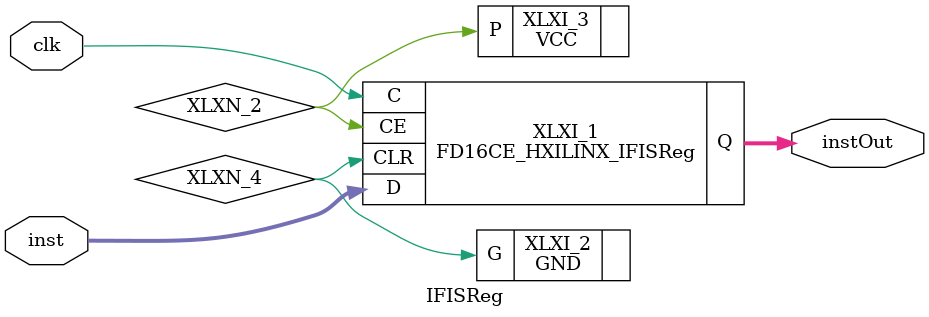
<source format=v>
`timescale 100 ps / 10 ps

module FD16CE_HXILINX_IFISReg(Q, C, CE, CLR, D);

   
   output [15:0]      Q;

   input 	      C;	
   input 	      CE;	
   input 	      CLR;	
   input  [15:0]      D;
   
   reg    [15:0]      Q;
   
   always @(posedge C or posedge CLR)
     begin
	if (CLR)
	  Q <= 16'b0000_0000_0000_0000;
	else if (CE)
          Q <= D;
     end
   
   
endmodule
`timescale 1ns / 1ps

module IFISReg(clk, 
               inst, 
               instOut);

    input clk;
    input [15:0] inst;
   output [15:0] instOut;
   
   wire XLXN_2;
   wire XLXN_4;
   
   FD16CE_HXILINX_IFISReg XLXI_1 (.C(clk), 
                                  .CE(XLXN_2), 
                                  .CLR(XLXN_4), 
                                  .D(inst[15:0]), 
                                  .Q(instOut[15:0]));
   // synthesis attribute HU_SET of XLXI_1 is "XLXI_1_0"
   GND XLXI_2 (.G(XLXN_4));
   VCC XLXI_3 (.P(XLXN_2));
endmodule

</source>
